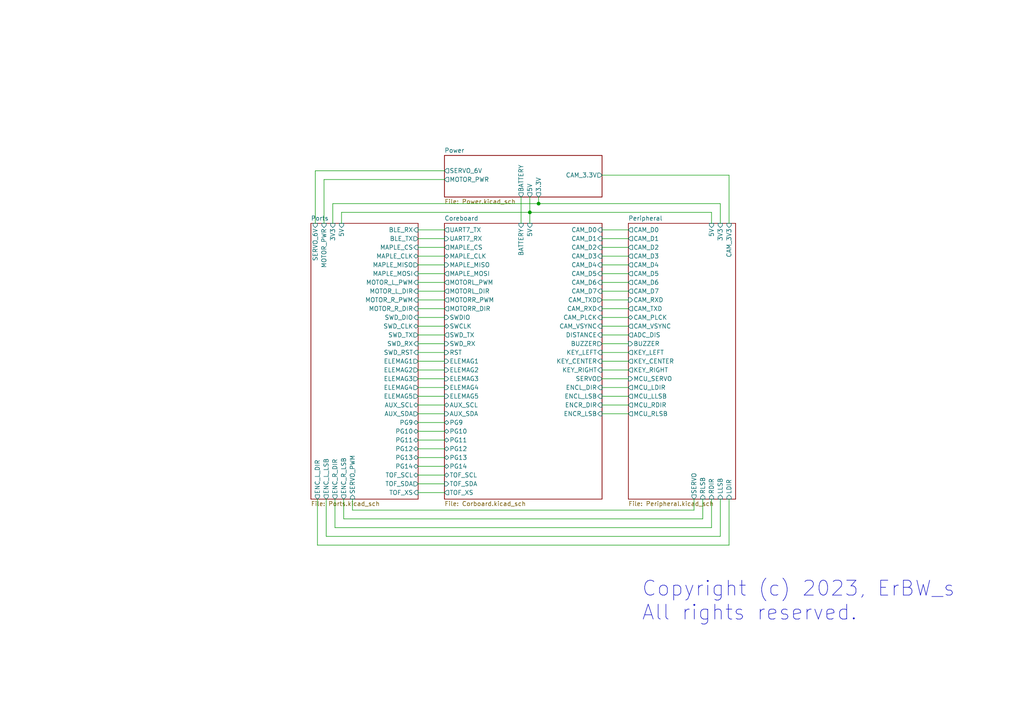
<source format=kicad_sch>
(kicad_sch (version 20230121) (generator eeschema)
  (paper "A4")
  (lib_symbols)
  (junction (at 153.67 61.595))
  (junction (at 156.21 59.055))
  (wire (pts (xy 174.625 114.935) (xy 182.245 114.935)))
  (wire (pts (xy 174.625 71.755) (xy 182.245 71.755)))
  (wire (pts (xy 174.625 104.775) (xy 182.245 104.775)))
  (wire (pts (xy 211.455 50.8) (xy 211.455 64.77)))
  (wire (pts (xy 156.21 59.055) (xy 96.52 59.055)))
  (wire (pts (xy 121.285 104.775) (xy 128.905 104.775)))
  (wire (pts (xy 128.905 52.07) (xy 93.98 52.07)))
  (wire (pts (xy 121.285 142.875) (xy 128.905 142.875)))
  (wire (pts (xy 121.285 81.915) (xy 128.905 81.915)))
  (wire (pts (xy 174.625 84.455) (xy 182.245 84.455)))
  (wire (pts (xy 121.285 137.795) (xy 128.905 137.795)))
  (wire (pts (xy 121.285 97.155) (xy 128.905 97.155)))
  (wire (pts (xy 208.915 144.78) (xy 208.915 155.575)))
  (wire (pts (xy 203.835 144.78) (xy 203.835 150.495)))
  (wire (pts (xy 97.155 144.78) (xy 97.155 153.035)))
  (wire (pts (xy 174.625 107.315) (xy 182.245 107.315)))
  (wire (pts (xy 174.625 112.395) (xy 182.245 112.395)))
  (wire (pts (xy 121.285 112.395) (xy 128.905 112.395)))
  (wire (pts (xy 121.285 127.635) (xy 128.905 127.635)))
  (wire (pts (xy 174.625 94.615) (xy 182.245 94.615)))
  (wire (pts (xy 97.155 153.035) (xy 206.375 153.035)))
  (wire (pts (xy 121.285 99.695) (xy 128.905 99.695)))
  (wire (pts (xy 208.915 155.575) (xy 94.615 155.575)))
  (wire (pts (xy 174.625 81.915) (xy 182.245 81.915)))
  (wire (pts (xy 121.285 125.095) (xy 128.905 125.095)))
  (wire (pts (xy 156.21 57.15) (xy 156.21 59.055)))
  (wire (pts (xy 121.285 120.015) (xy 128.905 120.015)))
  (wire (pts (xy 174.625 89.535) (xy 182.245 89.535)))
  (wire (pts (xy 121.285 107.315) (xy 128.905 107.315)))
  (wire (pts (xy 153.67 61.595) (xy 206.375 61.595)))
  (wire (pts (xy 174.625 74.295) (xy 182.245 74.295)))
  (wire (pts (xy 121.285 92.075) (xy 128.905 92.075)))
  (wire (pts (xy 121.285 84.455) (xy 128.905 84.455)))
  (wire (pts (xy 121.285 94.615) (xy 128.905 94.615)))
  (wire (pts (xy 102.235 147.955) (xy 102.235 144.78)))
  (wire (pts (xy 96.52 59.055) (xy 96.52 64.77)))
  (wire (pts (xy 121.285 122.555) (xy 128.905 122.555)))
  (wire (pts (xy 121.285 102.235) (xy 128.905 102.235)))
  (wire (pts (xy 211.455 144.78) (xy 211.455 158.115)))
  (wire (pts (xy 201.295 147.955) (xy 102.235 147.955)))
  (wire (pts (xy 174.625 50.8) (xy 211.455 50.8)))
  (wire (pts (xy 174.625 109.855) (xy 182.245 109.855)))
  (wire (pts (xy 174.625 66.675) (xy 182.245 66.675)))
  (wire (pts (xy 174.625 120.015) (xy 182.245 120.015)))
  (wire (pts (xy 92.075 158.115) (xy 92.075 144.78)))
  (wire (pts (xy 121.285 89.535) (xy 128.905 89.535)))
  (wire (pts (xy 99.695 150.495) (xy 99.695 144.78)))
  (wire (pts (xy 91.44 49.53) (xy 91.44 64.77)))
  (wire (pts (xy 211.455 158.115) (xy 92.075 158.115)))
  (wire (pts (xy 174.625 69.215) (xy 182.245 69.215)))
  (wire (pts (xy 174.625 92.075) (xy 182.245 92.075)))
  (wire (pts (xy 174.625 117.475) (xy 182.245 117.475)))
  (wire (pts (xy 174.625 86.995) (xy 182.245 86.995)))
  (wire (pts (xy 174.625 76.835) (xy 182.245 76.835)))
  (wire (pts (xy 174.625 99.695) (xy 182.245 99.695)))
  (wire (pts (xy 121.285 76.835) (xy 128.905 76.835)))
  (wire (pts (xy 203.835 150.495) (xy 99.695 150.495)))
  (wire (pts (xy 128.905 49.53) (xy 91.44 49.53)))
  (wire (pts (xy 121.285 79.375) (xy 128.905 79.375)))
  (wire (pts (xy 121.285 114.935) (xy 128.905 114.935)))
  (wire (pts (xy 151.13 57.15) (xy 151.13 64.77)))
  (wire (pts (xy 208.915 59.055) (xy 208.915 64.77)))
  (wire (pts (xy 174.625 97.155) (xy 182.245 97.155)))
  (wire (pts (xy 94.615 155.575) (xy 94.615 144.78)))
  (wire (pts (xy 121.285 117.475) (xy 128.905 117.475)))
  (wire (pts (xy 174.625 102.235) (xy 182.245 102.235)))
  (wire (pts (xy 153.67 57.15) (xy 153.67 61.595)))
  (wire (pts (xy 201.295 144.78) (xy 201.295 147.955)))
  (wire (pts (xy 156.21 59.055) (xy 208.915 59.055)))
  (wire (pts (xy 121.285 130.175) (xy 128.905 130.175)))
  (wire (pts (xy 153.67 61.595) (xy 153.67 64.77)))
  (wire (pts (xy 121.285 74.295) (xy 128.905 74.295)))
  (wire (pts (xy 153.67 61.595) (xy 99.06 61.595)))
  (wire (pts (xy 99.06 61.595) (xy 99.06 64.77)))
  (wire (pts (xy 121.285 109.855) (xy 128.905 109.855)))
  (wire (pts (xy 121.285 71.755) (xy 128.905 71.755)))
  (wire (pts (xy 121.285 135.255) (xy 128.905 135.255)))
  (wire (pts (xy 121.285 140.335) (xy 128.905 140.335)))
  (wire (pts (xy 121.285 86.995) (xy 128.905 86.995)))
  (wire (pts (xy 206.375 64.77) (xy 206.375 61.595)))
  (wire (pts (xy 174.625 79.375) (xy 182.245 79.375)))
  (wire (pts (xy 121.285 132.715) (xy 128.905 132.715)))
  (wire (pts (xy 93.98 52.07) (xy 93.98 64.77)))
  (wire (pts (xy 121.285 69.215) (xy 128.905 69.215)))
  (wire (pts (xy 121.285 66.675) (xy 128.905 66.675)))
  (wire (pts (xy 206.375 153.035) (xy 206.375 144.78)))
  (text "Copyright (c) 2023, ErBW_s\nAll rights reserved." (at 186.055 180.34 0) (effects (font (size 4.318 4.318)) (justify left bottom)))
  (sheet (at 128.905 64.77) (size 45.72 80.01) (stroke (width 0.1524))
    (property "Sheetname" "Coreboard" (at 128.905 64.0584 0) (effects (justify left bottom)))
    (property "Sheetfile" "Corboard.kicad_sch" (at 128.905 145.3646 0) (effects (justify left top)))
    (pin "CAM_D0" input (at 174.625 66.675 0))
    (pin "CAM_D3" input (at 174.625 74.295 0))
    (pin "CAM_D6" input (at 174.625 81.915 0))
    (pin "CAM_D1" input (at 174.625 69.215 0))
    (pin "CAM_D4" input (at 174.625 76.835 0))
    (pin "CAM_D7" input (at 174.625 84.455 0))
    (pin "UART7_TX" output (at 128.905 66.675 180))
    (pin "UART7_RX" input (at 128.905 69.215 180))
    (pin "BATTERY" input (at 151.13 64.77 90))
    (pin "DISTANCE" input (at 174.625 97.155 0))
    (pin "5V" input (at 153.67 64.77 90))
    (pin "KEY_CENTER" input (at 174.625 104.775 0))
    (pin "CAM_PLCK" input (at 174.625 92.075 0))
    (pin "CAM_TXD" output (at 174.625 86.995 0))
    (pin "CAM_VSYNC" input (at 174.625 94.615 0))
    (pin "ENCL_DIR" input (at 174.625 112.395 0))
    (pin "ENCL_LSB" input (at 174.625 114.935 0))
    (pin "SERVO" output (at 174.625 109.855 0))
    (pin "TOF_SCL" bidirectional (at 128.905 137.795 180))
    (pin "TOF_SDA" input (at 128.905 140.335 180))
    (pin "PG14" bidirectional (at 128.905 135.255 180))
    (pin "PG11" bidirectional (at 128.905 127.635 180))
    (pin "PG13" bidirectional (at 128.905 132.715 180))
    (pin "PG12" bidirectional (at 128.905 130.175 180))
    (pin "PG10" bidirectional (at 128.905 125.095 180))
    (pin "PG9" bidirectional (at 128.905 122.555 180))
    (pin "AUX_SCL" bidirectional (at 128.905 117.475 180))
    (pin "ENCR_LSB" input (at 174.625 120.015 0))
    (pin "KEY_RIGHT" input (at 174.625 107.315 0))
    (pin "KEY_LEFT" input (at 174.625 102.235 0))
    (pin "ENCR_DIR" input (at 174.625 117.475 0))
    (pin "ELEMAG1" input (at 128.905 104.775 180))
    (pin "ELEMAG3" input (at 128.905 109.855 180))
    (pin "ELEMAG2" input (at 128.905 107.315 180))
    (pin "ELEMAG4" input (at 128.905 112.395 180))
    (pin "ELEMAG5" input (at 128.905 114.935 180))
    (pin "SWDIO" input (at 128.905 92.075 180))
    (pin "SWCLK" bidirectional (at 128.905 94.615 180))
    (pin "MOTORL_DIR" output (at 128.905 84.455 180))
    (pin "MOTORR_PWM" output (at 128.905 86.995 180))
    (pin "MOTORR_DIR" output (at 128.905 89.535 180))
    (pin "SWD_TX" output (at 128.905 97.155 180))
    (pin "RST" input (at 128.905 102.235 180))
    (pin "SWD_RX" input (at 128.905 99.695 180))
    (pin "MOTORL_PWM" output (at 128.905 81.915 180))
    (pin "MAPLE_MOSI" output (at 128.905 79.375 180))
    (pin "MAPLE_MISO" input (at 128.905 76.835 180))
    (pin "BUZZER" output (at 174.625 99.695 0))
    (pin "MAPLE_CLK" bidirectional (at 128.905 74.295 180))
    (pin "MAPLE_CS" output (at 128.905 71.755 180))
    (pin "CAM_RXD" input (at 174.625 89.535 0))
    (pin "CAM_D2" input (at 174.625 71.755 0))
    (pin "CAM_D5" input (at 174.625 79.375 0))
    (pin "AUX_SDA" input (at 128.905 120.015 180))
    (pin "TOF_XS" output (at 128.905 142.875 180))
  )
  (sheet (at 128.905 45.085) (size 45.72 12.065) (stroke (width 0.1524))
    (property "Sheetname" "Power" (at 128.905 44.3734 0) (effects (justify left bottom)))
    (property "Sheetfile" "Power.kicad_sch" (at 128.905 57.7346 0) (effects (justify left top)))
    (pin "SERVO_6V" output (at 128.905 49.53 180))
    (pin "5V" output (at 153.67 57.15 270))
    (pin "3.3V" output (at 156.21 57.15 270))
    (pin "CAM_3.3V" output (at 174.625 50.8 0))
    (pin "MOTOR_PWR" output (at 128.905 52.07 180))
    (pin "BATTERY" output (at 151.13 57.15 270))
  )
  (sheet (at 90.17 64.77) (size 31.115 80.01) (stroke (width 0.1524))
    (property "Sheetname" "Ports" (at 90.17 64.0584 0) (effects (justify left bottom)))
    (property "Sheetfile" "Ports.kicad_sch" (at 90.17 145.3646 0) (effects (justify left top)))
    (pin "BLE_RX" input (at 121.285 66.675 0))
    (pin "BLE_TX" output (at 121.285 69.215 0))
    (pin "5V" input (at 99.06 64.77 90))
    (pin "TOF_SDA" output (at 121.285 140.335 0))
    (pin "TOF_XS" input (at 121.285 142.875 0))
    (pin "TOF_SCL" bidirectional (at 121.285 137.795 0))
    (pin "MAPLE_CLK" bidirectional (at 121.285 74.295 0))
    (pin "MAPLE_CS" input (at 121.285 71.755 0))
    (pin "MAPLE_MISO" output (at 121.285 76.835 0))
    (pin "MAPLE_MOSI" input (at 121.285 79.375 0))
    (pin "3V3" input (at 96.52 64.77 90))
    (pin "MOTOR_L_PWM" input (at 121.285 81.915 0))
    (pin "ENC_L_LSB" output (at 94.615 144.78 270))
    (pin "MOTOR_L_DIR" input (at 121.285 84.455 0))
    (pin "ENC_R_LSB" output (at 99.695 144.78 270))
    (pin "ENC_R_DIR" output (at 97.155 144.78 270))
    (pin "MOTOR_R_DIR" input (at 121.285 89.535 0))
    (pin "MOTOR_R_PWM" input (at 121.285 86.995 0))
    (pin "ELEMAG2" output (at 121.285 107.315 0))
    (pin "ELEMAG1" output (at 121.285 104.775 0))
    (pin "ENC_L_DIR" output (at 92.075 144.78 270))
    (pin "AUX_SDA" output (at 121.285 120.015 0))
    (pin "AUX_SCL" bidirectional (at 121.285 117.475 0))
    (pin "ELEMAG4" output (at 121.285 112.395 0))
    (pin "ELEMAG5" output (at 121.285 114.935 0))
    (pin "ELEMAG3" output (at 121.285 109.855 0))
    (pin "SERVO_6V" input (at 91.44 64.77 90))
    (pin "SERVO_PWM" input (at 102.235 144.78 270))
    (pin "PG14" bidirectional (at 121.285 135.255 0))
    (pin "PG12" bidirectional (at 121.285 130.175 0))
    (pin "PG13" bidirectional (at 121.285 132.715 0))
    (pin "PG9" bidirectional (at 121.285 122.555 0))
    (pin "PG10" bidirectional (at 121.285 125.095 0))
    (pin "PG11" bidirectional (at 121.285 127.635 0))
    (pin "SWD_DIO" input (at 121.285 92.075 0))
    (pin "SWD_CLK" bidirectional (at 121.285 94.615 0))
    (pin "SWD_RST" input (at 121.285 102.235 0))
    (pin "SWD_TX" output (at 121.285 97.155 0))
    (pin "SWD_RX" input (at 121.285 99.695 0))
    (pin "MOTOR_PWR" input (at 93.98 64.77 90))
  )
  (sheet (at 182.245 64.77) (size 31.115 80.01) (stroke (width 0.1524))
    (property "Sheetname" "Peripheral" (at 182.245 64.0584 0) (effects (justify left bottom)))
    (property "Sheetfile" "Peripheral.kicad_sch" (at 182.245 145.3646 0) (effects (justify left top)))
    (pin "KEY_LEFT" output (at 182.245 102.235 180))
    (pin "KEY_RIGHT" output (at 182.245 107.315 180))
    (pin "KEY_CENTER" output (at 182.245 104.775 180))
    (pin "3V3" input (at 208.915 64.77 90))
    (pin "BUZZER" input (at 182.245 99.695 180))
    (pin "CAM_VSYNC" output (at 182.245 94.615 180))
    (pin "CAM_TXD" output (at 182.245 89.535 180))
    (pin "CAM_RXD" input (at 182.245 86.995 180))
    (pin "CAM_D0" output (at 182.245 66.675 180))
    (pin "CAM_PLCK" bidirectional (at 182.245 92.075 180))
    (pin "CAM_D6" output (at 182.245 81.915 180))
    (pin "CAM_D4" output (at 182.245 76.835 180))
    (pin "CAM_D5" output (at 182.245 79.375 180))
    (pin "CAM_D7" output (at 182.245 84.455 180))
    (pin "CAM_D1" output (at 182.245 69.215 180))
    (pin "CAM_D3" output (at 182.245 74.295 180))
    (pin "CAM_D2" output (at 182.245 71.755 180))
    (pin "CAM_3V3" input (at 211.455 64.77 90))
    (pin "ADC_DIS" output (at 182.245 97.155 180))
    (pin "5V" input (at 206.375 64.77 90))
    (pin "RLSB" input (at 203.835 144.78 270))
    (pin "LDIR" input (at 211.455 144.78 270))
    (pin "SERVO" output (at 201.295 144.78 270))
    (pin "RDIR" input (at 206.375 144.78 270))
    (pin "LLSB" input (at 208.915 144.78 270))
    (pin "MCU_LDIR" output (at 182.245 112.395 180))
    (pin "MCU_RLSB" output (at 182.245 120.015 180))
    (pin "MCU_RDIR" output (at 182.245 117.475 180))
    (pin "MCU_SERVO" input (at 182.245 109.855 180))
    (pin "MCU_LLSB" output (at 182.245 114.935 180))
  )
)
</source>
